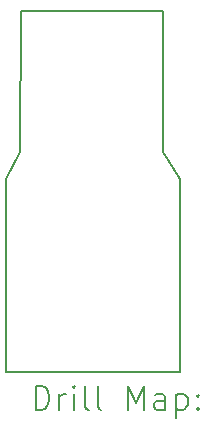
<source format=gbr>
%TF.GenerationSoftware,KiCad,Pcbnew,7.0.10*%
%TF.CreationDate,2024-05-20T03:00:22+05:30*%
%TF.ProjectId,nico-ch32v003-v1,6e69636f-2d63-4683-9332-763030332d76,1.0.1*%
%TF.SameCoordinates,Original*%
%TF.FileFunction,Drillmap*%
%TF.FilePolarity,Positive*%
%FSLAX45Y45*%
G04 Gerber Fmt 4.5, Leading zero omitted, Abs format (unit mm)*
G04 Created by KiCad (PCBNEW 7.0.10) date 2024-05-20 03:00:22*
%MOMM*%
%LPD*%
G01*
G04 APERTURE LIST*
%ADD10C,0.150000*%
%ADD11C,0.200000*%
G04 APERTURE END LIST*
D10*
X9497600Y-4605000D02*
X10702600Y-4603000D01*
X10703600Y-5803000D02*
X10846920Y-6027520D01*
X9496600Y-5802000D02*
X9497600Y-4605000D01*
X10846920Y-6027520D02*
X10846600Y-7663000D01*
X10846600Y-7663000D02*
X9372540Y-7662000D01*
X9373720Y-6032600D02*
X9372540Y-7662000D01*
X9496600Y-5802000D02*
X9373720Y-6032600D01*
X10702600Y-4603000D02*
X10703600Y-5803000D01*
D11*
X9625817Y-7981984D02*
X9625817Y-7781984D01*
X9625817Y-7781984D02*
X9673436Y-7781984D01*
X9673436Y-7781984D02*
X9702007Y-7791508D01*
X9702007Y-7791508D02*
X9721055Y-7810555D01*
X9721055Y-7810555D02*
X9730579Y-7829603D01*
X9730579Y-7829603D02*
X9740103Y-7867698D01*
X9740103Y-7867698D02*
X9740103Y-7896269D01*
X9740103Y-7896269D02*
X9730579Y-7934365D01*
X9730579Y-7934365D02*
X9721055Y-7953412D01*
X9721055Y-7953412D02*
X9702007Y-7972460D01*
X9702007Y-7972460D02*
X9673436Y-7981984D01*
X9673436Y-7981984D02*
X9625817Y-7981984D01*
X9825817Y-7981984D02*
X9825817Y-7848650D01*
X9825817Y-7886746D02*
X9835341Y-7867698D01*
X9835341Y-7867698D02*
X9844864Y-7858174D01*
X9844864Y-7858174D02*
X9863912Y-7848650D01*
X9863912Y-7848650D02*
X9882960Y-7848650D01*
X9949626Y-7981984D02*
X9949626Y-7848650D01*
X9949626Y-7781984D02*
X9940103Y-7791508D01*
X9940103Y-7791508D02*
X9949626Y-7801031D01*
X9949626Y-7801031D02*
X9959150Y-7791508D01*
X9959150Y-7791508D02*
X9949626Y-7781984D01*
X9949626Y-7781984D02*
X9949626Y-7801031D01*
X10073436Y-7981984D02*
X10054388Y-7972460D01*
X10054388Y-7972460D02*
X10044864Y-7953412D01*
X10044864Y-7953412D02*
X10044864Y-7781984D01*
X10178198Y-7981984D02*
X10159150Y-7972460D01*
X10159150Y-7972460D02*
X10149626Y-7953412D01*
X10149626Y-7953412D02*
X10149626Y-7781984D01*
X10406769Y-7981984D02*
X10406769Y-7781984D01*
X10406769Y-7781984D02*
X10473436Y-7924841D01*
X10473436Y-7924841D02*
X10540103Y-7781984D01*
X10540103Y-7781984D02*
X10540103Y-7981984D01*
X10721055Y-7981984D02*
X10721055Y-7877222D01*
X10721055Y-7877222D02*
X10711531Y-7858174D01*
X10711531Y-7858174D02*
X10692484Y-7848650D01*
X10692484Y-7848650D02*
X10654388Y-7848650D01*
X10654388Y-7848650D02*
X10635341Y-7858174D01*
X10721055Y-7972460D02*
X10702007Y-7981984D01*
X10702007Y-7981984D02*
X10654388Y-7981984D01*
X10654388Y-7981984D02*
X10635341Y-7972460D01*
X10635341Y-7972460D02*
X10625817Y-7953412D01*
X10625817Y-7953412D02*
X10625817Y-7934365D01*
X10625817Y-7934365D02*
X10635341Y-7915317D01*
X10635341Y-7915317D02*
X10654388Y-7905793D01*
X10654388Y-7905793D02*
X10702007Y-7905793D01*
X10702007Y-7905793D02*
X10721055Y-7896269D01*
X10816293Y-7848650D02*
X10816293Y-8048650D01*
X10816293Y-7858174D02*
X10835341Y-7848650D01*
X10835341Y-7848650D02*
X10873436Y-7848650D01*
X10873436Y-7848650D02*
X10892484Y-7858174D01*
X10892484Y-7858174D02*
X10902007Y-7867698D01*
X10902007Y-7867698D02*
X10911531Y-7886746D01*
X10911531Y-7886746D02*
X10911531Y-7943888D01*
X10911531Y-7943888D02*
X10902007Y-7962936D01*
X10902007Y-7962936D02*
X10892484Y-7972460D01*
X10892484Y-7972460D02*
X10873436Y-7981984D01*
X10873436Y-7981984D02*
X10835341Y-7981984D01*
X10835341Y-7981984D02*
X10816293Y-7972460D01*
X10997245Y-7962936D02*
X11006769Y-7972460D01*
X11006769Y-7972460D02*
X10997245Y-7981984D01*
X10997245Y-7981984D02*
X10987722Y-7972460D01*
X10987722Y-7972460D02*
X10997245Y-7962936D01*
X10997245Y-7962936D02*
X10997245Y-7981984D01*
X10997245Y-7858174D02*
X11006769Y-7867698D01*
X11006769Y-7867698D02*
X10997245Y-7877222D01*
X10997245Y-7877222D02*
X10987722Y-7867698D01*
X10987722Y-7867698D02*
X10997245Y-7858174D01*
X10997245Y-7858174D02*
X10997245Y-7877222D01*
M02*

</source>
